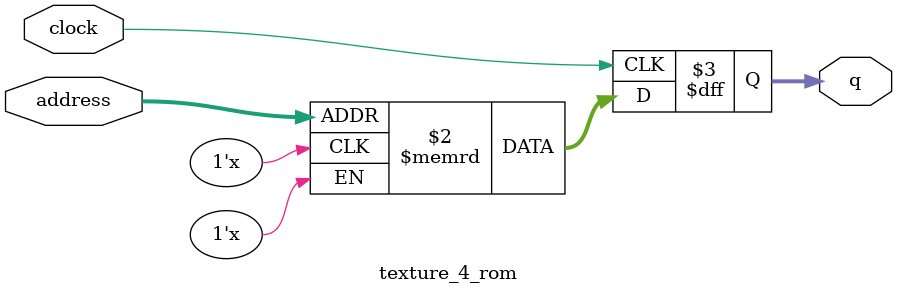
<source format=sv>
module texture_4_rom (
	input logic clock,
	input logic [7:0] address,
	output logic [7:0] q
);

logic [7:0] memory [0:255] /* synthesis ram_init_file = "./texture_4/texture_4.mif" */;

always_ff @ (posedge clock) begin
	q <= memory[address];
end

endmodule

</source>
